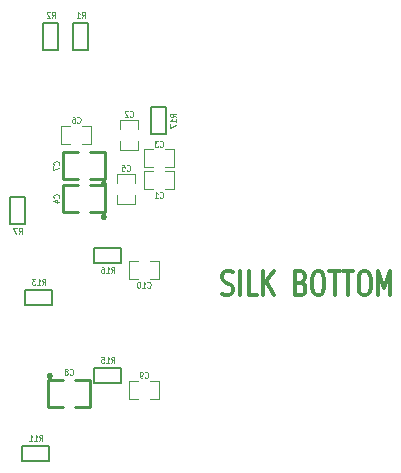
<source format=gbo>
G04 (created by PCBNEW-RS274X (2012-01-19 BZR 3256)-stable) date 12/5/2012 8:15:46 PM*
G01*
G70*
G90*
%MOIN*%
G04 Gerber Fmt 3.4, Leading zero omitted, Abs format*
%FSLAX34Y34*%
G04 APERTURE LIST*
%ADD10C,0.006000*%
%ADD11C,0.012000*%
%ADD12C,0.005000*%
%ADD13C,0.010000*%
%ADD14C,0.004000*%
G04 APERTURE END LIST*
G54D10*
G54D11*
X71114Y-39786D02*
X71200Y-39824D01*
X71343Y-39824D01*
X71400Y-39786D01*
X71429Y-39748D01*
X71457Y-39671D01*
X71457Y-39595D01*
X71429Y-39519D01*
X71400Y-39481D01*
X71343Y-39443D01*
X71229Y-39405D01*
X71171Y-39367D01*
X71143Y-39329D01*
X71114Y-39252D01*
X71114Y-39176D01*
X71143Y-39100D01*
X71171Y-39062D01*
X71229Y-39024D01*
X71371Y-39024D01*
X71457Y-39062D01*
X71714Y-39824D02*
X71714Y-39024D01*
X72286Y-39824D02*
X72000Y-39824D01*
X72000Y-39024D01*
X72486Y-39824D02*
X72486Y-39024D01*
X72829Y-39824D02*
X72572Y-39367D01*
X72829Y-39024D02*
X72486Y-39481D01*
X73743Y-39405D02*
X73829Y-39443D01*
X73857Y-39481D01*
X73886Y-39557D01*
X73886Y-39671D01*
X73857Y-39748D01*
X73829Y-39786D01*
X73771Y-39824D01*
X73543Y-39824D01*
X73543Y-39024D01*
X73743Y-39024D01*
X73800Y-39062D01*
X73829Y-39100D01*
X73857Y-39176D01*
X73857Y-39252D01*
X73829Y-39329D01*
X73800Y-39367D01*
X73743Y-39405D01*
X73543Y-39405D01*
X74257Y-39024D02*
X74371Y-39024D01*
X74429Y-39062D01*
X74486Y-39138D01*
X74514Y-39290D01*
X74514Y-39557D01*
X74486Y-39710D01*
X74429Y-39786D01*
X74371Y-39824D01*
X74257Y-39824D01*
X74200Y-39786D01*
X74143Y-39710D01*
X74114Y-39557D01*
X74114Y-39290D01*
X74143Y-39138D01*
X74200Y-39062D01*
X74257Y-39024D01*
X74686Y-39024D02*
X75029Y-39024D01*
X74858Y-39824D02*
X74858Y-39024D01*
X75143Y-39024D02*
X75486Y-39024D01*
X75315Y-39824D02*
X75315Y-39024D01*
X75800Y-39024D02*
X75914Y-39024D01*
X75972Y-39062D01*
X76029Y-39138D01*
X76057Y-39290D01*
X76057Y-39557D01*
X76029Y-39710D01*
X75972Y-39786D01*
X75914Y-39824D01*
X75800Y-39824D01*
X75743Y-39786D01*
X75686Y-39710D01*
X75657Y-39557D01*
X75657Y-39290D01*
X75686Y-39138D01*
X75743Y-39062D01*
X75800Y-39024D01*
X76315Y-39824D02*
X76315Y-39024D01*
X76515Y-39595D01*
X76715Y-39024D01*
X76715Y-39824D01*
G54D12*
X65450Y-39650D02*
X64550Y-39650D01*
X64550Y-39650D02*
X64550Y-40150D01*
X64550Y-40150D02*
X65450Y-40150D01*
X65450Y-40150D02*
X65450Y-39650D01*
X66850Y-38750D02*
X67750Y-38750D01*
X67750Y-38750D02*
X67750Y-38250D01*
X67750Y-38250D02*
X66850Y-38250D01*
X66850Y-38250D02*
X66850Y-38750D01*
X66650Y-31650D02*
X66650Y-30750D01*
X66650Y-30750D02*
X66150Y-30750D01*
X66150Y-30750D02*
X66150Y-31650D01*
X66150Y-31650D02*
X66650Y-31650D01*
X65650Y-31650D02*
X65650Y-30750D01*
X65650Y-30750D02*
X65150Y-30750D01*
X65150Y-30750D02*
X65150Y-31650D01*
X65150Y-31650D02*
X65650Y-31650D01*
X64050Y-36550D02*
X64050Y-37450D01*
X64050Y-37450D02*
X64550Y-37450D01*
X64550Y-37450D02*
X64550Y-36550D01*
X64550Y-36550D02*
X64050Y-36550D01*
X64450Y-45350D02*
X65350Y-45350D01*
X65350Y-45350D02*
X65350Y-44850D01*
X65350Y-44850D02*
X64450Y-44850D01*
X64450Y-44850D02*
X64450Y-45350D01*
X66850Y-42750D02*
X67750Y-42750D01*
X67750Y-42750D02*
X67750Y-42250D01*
X67750Y-42250D02*
X66850Y-42250D01*
X66850Y-42250D02*
X66850Y-42750D01*
X69250Y-34450D02*
X69250Y-33550D01*
X69250Y-33550D02*
X68750Y-33550D01*
X68750Y-33550D02*
X68750Y-34450D01*
X68750Y-34450D02*
X69250Y-34450D01*
G54D13*
X65400Y-42500D02*
X65399Y-42509D01*
X65396Y-42519D01*
X65391Y-42527D01*
X65385Y-42535D01*
X65377Y-42541D01*
X65369Y-42546D01*
X65360Y-42548D01*
X65350Y-42549D01*
X65341Y-42549D01*
X65332Y-42546D01*
X65323Y-42541D01*
X65316Y-42535D01*
X65309Y-42528D01*
X65305Y-42519D01*
X65302Y-42510D01*
X65301Y-42500D01*
X65301Y-42491D01*
X65304Y-42482D01*
X65308Y-42473D01*
X65315Y-42466D01*
X65322Y-42459D01*
X65330Y-42455D01*
X65340Y-42452D01*
X65349Y-42451D01*
X65358Y-42451D01*
X65368Y-42454D01*
X65376Y-42458D01*
X65384Y-42464D01*
X65390Y-42472D01*
X65395Y-42480D01*
X65398Y-42489D01*
X65399Y-42499D01*
X65400Y-42500D01*
X65800Y-43550D02*
X65300Y-43550D01*
X65300Y-43550D02*
X65300Y-42650D01*
X65300Y-42650D02*
X65800Y-42650D01*
X66200Y-43550D02*
X66700Y-43550D01*
X66700Y-43550D02*
X66700Y-42650D01*
X66700Y-42650D02*
X66200Y-42650D01*
X67200Y-36100D02*
X67199Y-36109D01*
X67196Y-36119D01*
X67191Y-36127D01*
X67185Y-36135D01*
X67177Y-36141D01*
X67169Y-36146D01*
X67160Y-36148D01*
X67150Y-36149D01*
X67141Y-36149D01*
X67132Y-36146D01*
X67123Y-36141D01*
X67116Y-36135D01*
X67109Y-36128D01*
X67105Y-36119D01*
X67102Y-36110D01*
X67101Y-36100D01*
X67101Y-36091D01*
X67104Y-36082D01*
X67108Y-36073D01*
X67115Y-36066D01*
X67122Y-36059D01*
X67130Y-36055D01*
X67140Y-36052D01*
X67149Y-36051D01*
X67158Y-36051D01*
X67168Y-36054D01*
X67176Y-36058D01*
X67184Y-36064D01*
X67190Y-36072D01*
X67195Y-36080D01*
X67198Y-36089D01*
X67199Y-36099D01*
X67200Y-36100D01*
X66700Y-35050D02*
X67200Y-35050D01*
X67200Y-35050D02*
X67200Y-35950D01*
X67200Y-35950D02*
X66700Y-35950D01*
X66300Y-35050D02*
X65800Y-35050D01*
X65800Y-35050D02*
X65800Y-35950D01*
X65800Y-35950D02*
X66300Y-35950D01*
X67200Y-37200D02*
X67199Y-37209D01*
X67196Y-37219D01*
X67191Y-37227D01*
X67185Y-37235D01*
X67177Y-37241D01*
X67169Y-37246D01*
X67160Y-37248D01*
X67150Y-37249D01*
X67141Y-37249D01*
X67132Y-37246D01*
X67123Y-37241D01*
X67116Y-37235D01*
X67109Y-37228D01*
X67105Y-37219D01*
X67102Y-37210D01*
X67101Y-37200D01*
X67101Y-37191D01*
X67104Y-37182D01*
X67108Y-37173D01*
X67115Y-37166D01*
X67122Y-37159D01*
X67130Y-37155D01*
X67140Y-37152D01*
X67149Y-37151D01*
X67158Y-37151D01*
X67168Y-37154D01*
X67176Y-37158D01*
X67184Y-37164D01*
X67190Y-37172D01*
X67195Y-37180D01*
X67198Y-37189D01*
X67199Y-37199D01*
X67200Y-37200D01*
X66700Y-36150D02*
X67200Y-36150D01*
X67200Y-36150D02*
X67200Y-37050D01*
X67200Y-37050D02*
X66700Y-37050D01*
X66300Y-36150D02*
X65800Y-36150D01*
X65800Y-36150D02*
X65800Y-37050D01*
X65800Y-37050D02*
X66300Y-37050D01*
G54D14*
X69000Y-38700D02*
X68700Y-38700D01*
X69000Y-39300D02*
X68700Y-39300D01*
X68000Y-38700D02*
X68300Y-38700D01*
X68000Y-39300D02*
X68300Y-39300D01*
X68000Y-39300D02*
X68000Y-38700D01*
X69000Y-38700D02*
X69000Y-39300D01*
X69000Y-42700D02*
X68700Y-42700D01*
X69000Y-43300D02*
X68700Y-43300D01*
X68000Y-42700D02*
X68300Y-42700D01*
X68000Y-43300D02*
X68300Y-43300D01*
X68000Y-43300D02*
X68000Y-42700D01*
X69000Y-42700D02*
X69000Y-43300D01*
X65750Y-34800D02*
X66050Y-34800D01*
X65750Y-34200D02*
X66050Y-34200D01*
X66750Y-34800D02*
X66450Y-34800D01*
X66750Y-34200D02*
X66450Y-34200D01*
X66750Y-34200D02*
X66750Y-34800D01*
X65750Y-34800D02*
X65750Y-34200D01*
X67600Y-35800D02*
X67600Y-36100D01*
X68200Y-35800D02*
X68200Y-36100D01*
X67600Y-36800D02*
X67600Y-36500D01*
X68200Y-36800D02*
X68200Y-36500D01*
X68200Y-36800D02*
X67600Y-36800D01*
X67600Y-35800D02*
X68200Y-35800D01*
X69500Y-34950D02*
X69200Y-34950D01*
X69500Y-35550D02*
X69200Y-35550D01*
X68500Y-34950D02*
X68800Y-34950D01*
X68500Y-35550D02*
X68800Y-35550D01*
X68500Y-35550D02*
X68500Y-34950D01*
X69500Y-34950D02*
X69500Y-35550D01*
X67700Y-34000D02*
X67700Y-34300D01*
X68300Y-34000D02*
X68300Y-34300D01*
X67700Y-35000D02*
X67700Y-34700D01*
X68300Y-35000D02*
X68300Y-34700D01*
X68300Y-35000D02*
X67700Y-35000D01*
X67700Y-34000D02*
X68300Y-34000D01*
X69500Y-35700D02*
X69200Y-35700D01*
X69500Y-36300D02*
X69200Y-36300D01*
X68500Y-35700D02*
X68800Y-35700D01*
X68500Y-36300D02*
X68800Y-36300D01*
X68500Y-36300D02*
X68500Y-35700D01*
X69500Y-35700D02*
X69500Y-36300D01*
X65115Y-39481D02*
X65175Y-39386D01*
X65218Y-39481D02*
X65218Y-39281D01*
X65150Y-39281D01*
X65132Y-39290D01*
X65124Y-39300D01*
X65115Y-39319D01*
X65115Y-39348D01*
X65124Y-39367D01*
X65132Y-39376D01*
X65150Y-39386D01*
X65218Y-39386D01*
X64944Y-39481D02*
X65047Y-39481D01*
X64995Y-39481D02*
X64995Y-39281D01*
X65012Y-39310D01*
X65030Y-39329D01*
X65047Y-39338D01*
X64884Y-39281D02*
X64773Y-39281D01*
X64833Y-39357D01*
X64807Y-39357D01*
X64790Y-39367D01*
X64781Y-39376D01*
X64773Y-39395D01*
X64773Y-39443D01*
X64781Y-39462D01*
X64790Y-39471D01*
X64807Y-39481D01*
X64859Y-39481D01*
X64876Y-39471D01*
X64884Y-39462D01*
X67415Y-39081D02*
X67475Y-38986D01*
X67518Y-39081D02*
X67518Y-38881D01*
X67450Y-38881D01*
X67432Y-38890D01*
X67424Y-38900D01*
X67415Y-38919D01*
X67415Y-38948D01*
X67424Y-38967D01*
X67432Y-38976D01*
X67450Y-38986D01*
X67518Y-38986D01*
X67244Y-39081D02*
X67347Y-39081D01*
X67295Y-39081D02*
X67295Y-38881D01*
X67312Y-38910D01*
X67330Y-38929D01*
X67347Y-38938D01*
X67090Y-38881D02*
X67124Y-38881D01*
X67141Y-38890D01*
X67150Y-38900D01*
X67167Y-38929D01*
X67176Y-38967D01*
X67176Y-39043D01*
X67167Y-39062D01*
X67159Y-39071D01*
X67141Y-39081D01*
X67107Y-39081D01*
X67090Y-39071D01*
X67081Y-39062D01*
X67073Y-39043D01*
X67073Y-38995D01*
X67081Y-38976D01*
X67090Y-38967D01*
X67107Y-38957D01*
X67141Y-38957D01*
X67159Y-38967D01*
X67167Y-38976D01*
X67176Y-38995D01*
X66429Y-30581D02*
X66489Y-30486D01*
X66532Y-30581D02*
X66532Y-30381D01*
X66464Y-30381D01*
X66446Y-30390D01*
X66438Y-30400D01*
X66429Y-30419D01*
X66429Y-30448D01*
X66438Y-30467D01*
X66446Y-30476D01*
X66464Y-30486D01*
X66532Y-30486D01*
X66258Y-30581D02*
X66361Y-30581D01*
X66309Y-30581D02*
X66309Y-30381D01*
X66326Y-30410D01*
X66344Y-30429D01*
X66361Y-30438D01*
X65429Y-30581D02*
X65489Y-30486D01*
X65532Y-30581D02*
X65532Y-30381D01*
X65464Y-30381D01*
X65446Y-30390D01*
X65438Y-30400D01*
X65429Y-30419D01*
X65429Y-30448D01*
X65438Y-30467D01*
X65446Y-30476D01*
X65464Y-30486D01*
X65532Y-30486D01*
X65361Y-30400D02*
X65352Y-30390D01*
X65335Y-30381D01*
X65292Y-30381D01*
X65275Y-30390D01*
X65266Y-30400D01*
X65258Y-30419D01*
X65258Y-30438D01*
X65266Y-30467D01*
X65369Y-30581D01*
X65258Y-30581D01*
X64329Y-37781D02*
X64389Y-37686D01*
X64432Y-37781D02*
X64432Y-37581D01*
X64364Y-37581D01*
X64346Y-37590D01*
X64338Y-37600D01*
X64329Y-37619D01*
X64329Y-37648D01*
X64338Y-37667D01*
X64346Y-37676D01*
X64364Y-37686D01*
X64432Y-37686D01*
X64269Y-37581D02*
X64149Y-37581D01*
X64226Y-37781D01*
X65015Y-44681D02*
X65075Y-44586D01*
X65118Y-44681D02*
X65118Y-44481D01*
X65050Y-44481D01*
X65032Y-44490D01*
X65024Y-44500D01*
X65015Y-44519D01*
X65015Y-44548D01*
X65024Y-44567D01*
X65032Y-44576D01*
X65050Y-44586D01*
X65118Y-44586D01*
X64844Y-44681D02*
X64947Y-44681D01*
X64895Y-44681D02*
X64895Y-44481D01*
X64912Y-44510D01*
X64930Y-44529D01*
X64947Y-44538D01*
X64673Y-44681D02*
X64776Y-44681D01*
X64724Y-44681D02*
X64724Y-44481D01*
X64741Y-44510D01*
X64759Y-44529D01*
X64776Y-44538D01*
X67415Y-42081D02*
X67475Y-41986D01*
X67518Y-42081D02*
X67518Y-41881D01*
X67450Y-41881D01*
X67432Y-41890D01*
X67424Y-41900D01*
X67415Y-41919D01*
X67415Y-41948D01*
X67424Y-41967D01*
X67432Y-41976D01*
X67450Y-41986D01*
X67518Y-41986D01*
X67244Y-42081D02*
X67347Y-42081D01*
X67295Y-42081D02*
X67295Y-41881D01*
X67312Y-41910D01*
X67330Y-41929D01*
X67347Y-41938D01*
X67081Y-41881D02*
X67167Y-41881D01*
X67176Y-41976D01*
X67167Y-41967D01*
X67150Y-41957D01*
X67107Y-41957D01*
X67090Y-41967D01*
X67081Y-41976D01*
X67073Y-41995D01*
X67073Y-42043D01*
X67081Y-42062D01*
X67090Y-42071D01*
X67107Y-42081D01*
X67150Y-42081D01*
X67167Y-42071D01*
X67176Y-42062D01*
X69581Y-33885D02*
X69486Y-33825D01*
X69581Y-33782D02*
X69381Y-33782D01*
X69381Y-33850D01*
X69390Y-33868D01*
X69400Y-33876D01*
X69419Y-33885D01*
X69448Y-33885D01*
X69467Y-33876D01*
X69476Y-33868D01*
X69486Y-33850D01*
X69486Y-33782D01*
X69581Y-34056D02*
X69581Y-33953D01*
X69581Y-34005D02*
X69381Y-34005D01*
X69410Y-33988D01*
X69429Y-33970D01*
X69438Y-33953D01*
X69381Y-34116D02*
X69381Y-34236D01*
X69581Y-34159D01*
X66029Y-42462D02*
X66038Y-42471D01*
X66064Y-42481D01*
X66081Y-42481D01*
X66106Y-42471D01*
X66124Y-42452D01*
X66132Y-42433D01*
X66141Y-42395D01*
X66141Y-42367D01*
X66132Y-42329D01*
X66124Y-42310D01*
X66106Y-42290D01*
X66081Y-42281D01*
X66064Y-42281D01*
X66038Y-42290D01*
X66029Y-42300D01*
X65926Y-42367D02*
X65944Y-42357D01*
X65952Y-42348D01*
X65961Y-42329D01*
X65961Y-42319D01*
X65952Y-42300D01*
X65944Y-42290D01*
X65926Y-42281D01*
X65892Y-42281D01*
X65875Y-42290D01*
X65866Y-42300D01*
X65858Y-42319D01*
X65858Y-42329D01*
X65866Y-42348D01*
X65875Y-42357D01*
X65892Y-42367D01*
X65926Y-42367D01*
X65944Y-42376D01*
X65952Y-42386D01*
X65961Y-42405D01*
X65961Y-42443D01*
X65952Y-42462D01*
X65944Y-42471D01*
X65926Y-42481D01*
X65892Y-42481D01*
X65875Y-42471D01*
X65866Y-42462D01*
X65858Y-42443D01*
X65858Y-42405D01*
X65866Y-42386D01*
X65875Y-42376D01*
X65892Y-42367D01*
X65662Y-35471D02*
X65671Y-35462D01*
X65681Y-35436D01*
X65681Y-35419D01*
X65671Y-35394D01*
X65652Y-35376D01*
X65633Y-35368D01*
X65595Y-35359D01*
X65567Y-35359D01*
X65529Y-35368D01*
X65510Y-35376D01*
X65490Y-35394D01*
X65481Y-35419D01*
X65481Y-35436D01*
X65490Y-35462D01*
X65500Y-35471D01*
X65481Y-35531D02*
X65481Y-35651D01*
X65681Y-35574D01*
X65662Y-36571D02*
X65671Y-36562D01*
X65681Y-36536D01*
X65681Y-36519D01*
X65671Y-36494D01*
X65652Y-36476D01*
X65633Y-36468D01*
X65595Y-36459D01*
X65567Y-36459D01*
X65529Y-36468D01*
X65510Y-36476D01*
X65490Y-36494D01*
X65481Y-36519D01*
X65481Y-36536D01*
X65490Y-36562D01*
X65500Y-36571D01*
X65548Y-36725D02*
X65681Y-36725D01*
X65471Y-36682D02*
X65614Y-36639D01*
X65614Y-36751D01*
X68615Y-39562D02*
X68624Y-39571D01*
X68650Y-39581D01*
X68667Y-39581D01*
X68692Y-39571D01*
X68710Y-39552D01*
X68718Y-39533D01*
X68727Y-39495D01*
X68727Y-39467D01*
X68718Y-39429D01*
X68710Y-39410D01*
X68692Y-39390D01*
X68667Y-39381D01*
X68650Y-39381D01*
X68624Y-39390D01*
X68615Y-39400D01*
X68444Y-39581D02*
X68547Y-39581D01*
X68495Y-39581D02*
X68495Y-39381D01*
X68512Y-39410D01*
X68530Y-39429D01*
X68547Y-39438D01*
X68333Y-39381D02*
X68316Y-39381D01*
X68299Y-39390D01*
X68290Y-39400D01*
X68281Y-39419D01*
X68273Y-39457D01*
X68273Y-39505D01*
X68281Y-39543D01*
X68290Y-39562D01*
X68299Y-39571D01*
X68316Y-39581D01*
X68333Y-39581D01*
X68350Y-39571D01*
X68359Y-39562D01*
X68367Y-39543D01*
X68376Y-39505D01*
X68376Y-39457D01*
X68367Y-39419D01*
X68359Y-39400D01*
X68350Y-39390D01*
X68333Y-39381D01*
X68529Y-42562D02*
X68538Y-42571D01*
X68564Y-42581D01*
X68581Y-42581D01*
X68606Y-42571D01*
X68624Y-42552D01*
X68632Y-42533D01*
X68641Y-42495D01*
X68641Y-42467D01*
X68632Y-42429D01*
X68624Y-42410D01*
X68606Y-42390D01*
X68581Y-42381D01*
X68564Y-42381D01*
X68538Y-42390D01*
X68529Y-42400D01*
X68444Y-42581D02*
X68409Y-42581D01*
X68392Y-42571D01*
X68384Y-42562D01*
X68366Y-42533D01*
X68358Y-42495D01*
X68358Y-42419D01*
X68366Y-42400D01*
X68375Y-42390D01*
X68392Y-42381D01*
X68426Y-42381D01*
X68444Y-42390D01*
X68452Y-42400D01*
X68461Y-42419D01*
X68461Y-42467D01*
X68452Y-42486D01*
X68444Y-42495D01*
X68426Y-42505D01*
X68392Y-42505D01*
X68375Y-42495D01*
X68366Y-42486D01*
X68358Y-42467D01*
X66279Y-34062D02*
X66288Y-34071D01*
X66314Y-34081D01*
X66331Y-34081D01*
X66356Y-34071D01*
X66374Y-34052D01*
X66382Y-34033D01*
X66391Y-33995D01*
X66391Y-33967D01*
X66382Y-33929D01*
X66374Y-33910D01*
X66356Y-33890D01*
X66331Y-33881D01*
X66314Y-33881D01*
X66288Y-33890D01*
X66279Y-33900D01*
X66125Y-33881D02*
X66159Y-33881D01*
X66176Y-33890D01*
X66185Y-33900D01*
X66202Y-33929D01*
X66211Y-33967D01*
X66211Y-34043D01*
X66202Y-34062D01*
X66194Y-34071D01*
X66176Y-34081D01*
X66142Y-34081D01*
X66125Y-34071D01*
X66116Y-34062D01*
X66108Y-34043D01*
X66108Y-33995D01*
X66116Y-33976D01*
X66125Y-33967D01*
X66142Y-33957D01*
X66176Y-33957D01*
X66194Y-33967D01*
X66202Y-33976D01*
X66211Y-33995D01*
X67929Y-35662D02*
X67938Y-35671D01*
X67964Y-35681D01*
X67981Y-35681D01*
X68006Y-35671D01*
X68024Y-35652D01*
X68032Y-35633D01*
X68041Y-35595D01*
X68041Y-35567D01*
X68032Y-35529D01*
X68024Y-35510D01*
X68006Y-35490D01*
X67981Y-35481D01*
X67964Y-35481D01*
X67938Y-35490D01*
X67929Y-35500D01*
X67766Y-35481D02*
X67852Y-35481D01*
X67861Y-35576D01*
X67852Y-35567D01*
X67835Y-35557D01*
X67792Y-35557D01*
X67775Y-35567D01*
X67766Y-35576D01*
X67758Y-35595D01*
X67758Y-35643D01*
X67766Y-35662D01*
X67775Y-35671D01*
X67792Y-35681D01*
X67835Y-35681D01*
X67852Y-35671D01*
X67861Y-35662D01*
X69029Y-34862D02*
X69038Y-34871D01*
X69064Y-34881D01*
X69081Y-34881D01*
X69106Y-34871D01*
X69124Y-34852D01*
X69132Y-34833D01*
X69141Y-34795D01*
X69141Y-34767D01*
X69132Y-34729D01*
X69124Y-34710D01*
X69106Y-34690D01*
X69081Y-34681D01*
X69064Y-34681D01*
X69038Y-34690D01*
X69029Y-34700D01*
X68969Y-34681D02*
X68858Y-34681D01*
X68918Y-34757D01*
X68892Y-34757D01*
X68875Y-34767D01*
X68866Y-34776D01*
X68858Y-34795D01*
X68858Y-34843D01*
X68866Y-34862D01*
X68875Y-34871D01*
X68892Y-34881D01*
X68944Y-34881D01*
X68961Y-34871D01*
X68969Y-34862D01*
X68029Y-33862D02*
X68038Y-33871D01*
X68064Y-33881D01*
X68081Y-33881D01*
X68106Y-33871D01*
X68124Y-33852D01*
X68132Y-33833D01*
X68141Y-33795D01*
X68141Y-33767D01*
X68132Y-33729D01*
X68124Y-33710D01*
X68106Y-33690D01*
X68081Y-33681D01*
X68064Y-33681D01*
X68038Y-33690D01*
X68029Y-33700D01*
X67961Y-33700D02*
X67952Y-33690D01*
X67935Y-33681D01*
X67892Y-33681D01*
X67875Y-33690D01*
X67866Y-33700D01*
X67858Y-33719D01*
X67858Y-33738D01*
X67866Y-33767D01*
X67969Y-33881D01*
X67858Y-33881D01*
X69029Y-36562D02*
X69038Y-36571D01*
X69064Y-36581D01*
X69081Y-36581D01*
X69106Y-36571D01*
X69124Y-36552D01*
X69132Y-36533D01*
X69141Y-36495D01*
X69141Y-36467D01*
X69132Y-36429D01*
X69124Y-36410D01*
X69106Y-36390D01*
X69081Y-36381D01*
X69064Y-36381D01*
X69038Y-36390D01*
X69029Y-36400D01*
X68858Y-36581D02*
X68961Y-36581D01*
X68909Y-36581D02*
X68909Y-36381D01*
X68926Y-36410D01*
X68944Y-36429D01*
X68961Y-36438D01*
M02*

</source>
